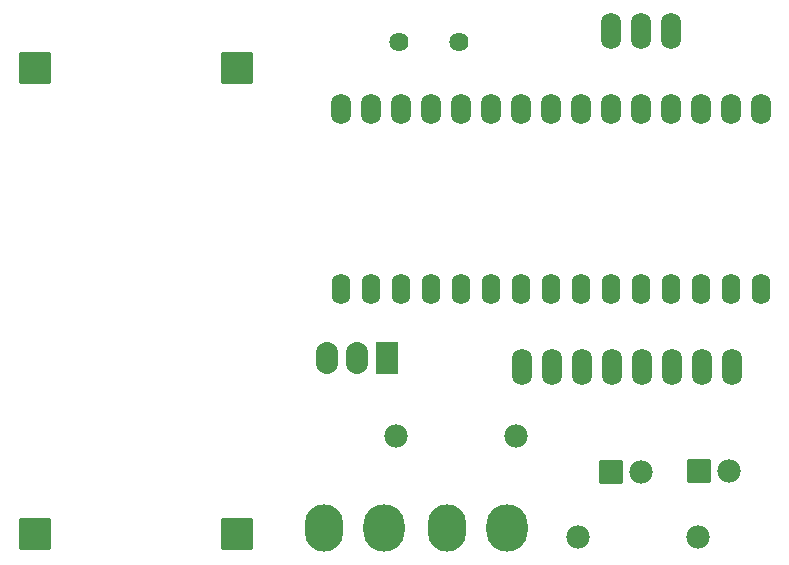
<source format=gbs>
G04 Layer: BottomSolderMaskLayer*
G04 EasyEDA v6.5.39, 2024-02-03 14:28:59*
G04 bcd3f98de95e48d085ed2947a1ad00ac,362fd913e7484c3682bebf37a00ceee6,10*
G04 Gerber Generator version 0.2*
G04 Scale: 100 percent, Rotated: No, Reflected: No *
G04 Dimensions in millimeters *
G04 leading zeros omitted , absolute positions ,4 integer and 5 decimal *
%FSLAX45Y45*%
%MOMM*%

%AMMACRO1*1,1,$1,$2,$3*1,1,$1,$4,$5*1,1,$1,0-$2,0-$3*1,1,$1,0-$4,0-$5*20,1,$1,$2,$3,$4,$5,0*20,1,$1,$4,$5,0-$2,0-$3,0*20,1,$1,0-$2,0-$3,0-$4,0-$5,0*20,1,$1,0-$4,0-$5,$2,$3,0*4,1,4,$2,$3,$4,$5,0-$2,0-$3,0-$4,0-$5,$2,$3,0*%
%ADD10MACRO1,0.1016X-0.9398X0.9398X0.9398X0.9398*%
%ADD11C,1.9812*%
%ADD12O,1.7015968000000001X3.101594*%
%ADD13O,3.5052000000000003X4.0132*%
%ADD14O,3.2512000000000003X4.0132*%
%ADD15C,1.6256*%
%ADD16O,1.9015964X2.7015948*%
%ADD17MACRO1,0.1016X0.9X-1.3X-0.9X-1.3*%
%ADD18O,1.6015970000000002X2.601595*%
%ADD19O,1.7015968000000001X2.601595*%
%ADD20MACRO1,0.2032X-1.25X1.25X1.25X1.25*%

%LPD*%
D10*
G01*
X6705600Y2438400D03*
D11*
G01*
X6959600Y2438400D03*
D10*
G01*
X5956300Y2425700D03*
D11*
G01*
X6210300Y2425700D03*
D12*
G01*
X5207000Y3320567D03*
G01*
X5461000Y3315563D03*
G01*
X5715000Y3315563D03*
G01*
X5969000Y3315563D03*
G01*
X6223000Y3315563D03*
G01*
X6477000Y3315563D03*
G01*
X6731000Y3315563D03*
G01*
X6985000Y3315563D03*
G01*
X6210300Y6159500D03*
G01*
X6464300Y6159500D03*
G01*
X5956300Y6159500D03*
D13*
G01*
X5080000Y1955800D03*
D14*
G01*
X4572000Y1955800D03*
D13*
G01*
X4038600Y1955800D03*
D14*
G01*
X3530600Y1955800D03*
D15*
G01*
X4673600Y6070600D03*
G01*
X4165600Y6070600D03*
D16*
G01*
X3810025Y3390392D03*
G01*
X3556000Y3391382D03*
D17*
G01*
X4064012Y3390404D03*
D11*
G01*
X4140200Y2730500D03*
G01*
X5156200Y2730500D03*
G01*
X5676900Y1879600D03*
G01*
X6692900Y1879600D03*
D18*
G01*
X3670300Y3975100D03*
D19*
G01*
X3924300Y5499100D03*
G01*
X4432300Y5499100D03*
G01*
X4940300Y5499100D03*
G01*
X5448300Y5499100D03*
G01*
X5956300Y5499100D03*
G01*
X6464300Y5499100D03*
G01*
X6972300Y5499100D03*
D18*
G01*
X7226300Y3975100D03*
G01*
X6718300Y3975100D03*
G01*
X6210300Y3975100D03*
G01*
X5702300Y3975100D03*
G01*
X5194300Y3975100D03*
G01*
X4686300Y3975100D03*
G01*
X4178300Y3975100D03*
G01*
X3924300Y3975100D03*
G01*
X4432300Y3975100D03*
G01*
X4940300Y3975100D03*
G01*
X5448300Y3975100D03*
G01*
X5956300Y3975100D03*
G01*
X6464300Y3975100D03*
G01*
X6972300Y3975100D03*
D19*
G01*
X7226300Y5499100D03*
G01*
X6718300Y5499100D03*
G01*
X6210300Y5499100D03*
G01*
X5702300Y5499100D03*
G01*
X5194300Y5499100D03*
G01*
X4686300Y5499100D03*
G01*
X4178300Y5499100D03*
G01*
X3670300Y5499100D03*
D20*
G01*
X1081690Y5849805D03*
G01*
X2796209Y5849805D03*
G01*
X1081694Y1900111D03*
G01*
X2796209Y1900111D03*
M02*

</source>
